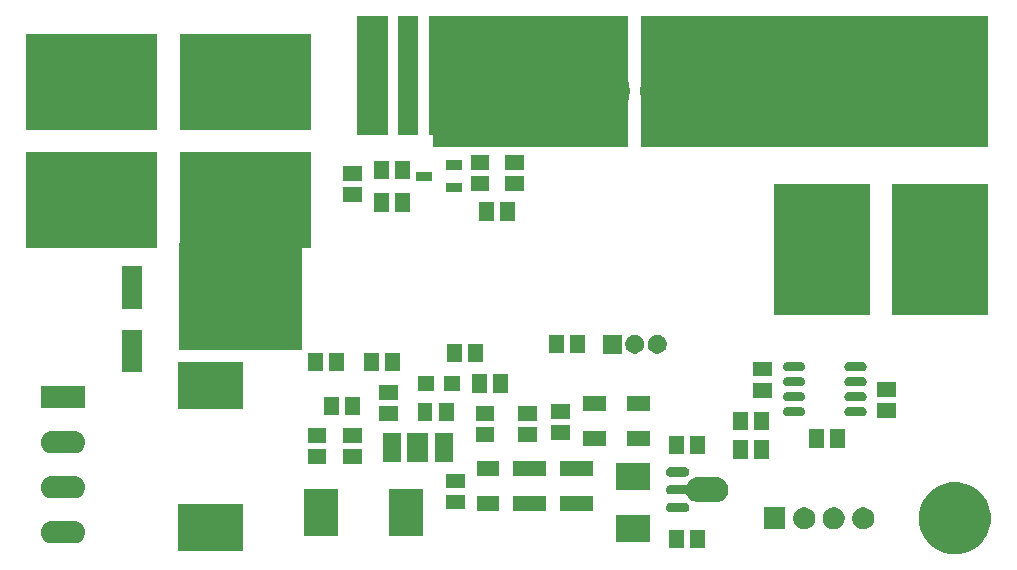
<source format=gbr>
%TF.GenerationSoftware,KiCad,Pcbnew,(5.1.4)-1*%
%TF.CreationDate,2020-11-14T02:23:56+08:00*%
%TF.ProjectId,power,706f7765-722e-46b6-9963-61645f706362,rev?*%
%TF.SameCoordinates,Original*%
%TF.FileFunction,Soldermask,Top*%
%TF.FilePolarity,Negative*%
%FSLAX46Y46*%
G04 Gerber Fmt 4.6, Leading zero omitted, Abs format (unit mm)*
G04 Created by KiCad (PCBNEW (5.1.4)-1) date 2020-11-14 02:23:56*
%MOMM*%
%LPD*%
G04 APERTURE LIST*
%ADD10C,0.100000*%
%ADD11C,0.350000*%
G04 APERTURE END LIST*
D10*
G36*
X44900000Y-49150000D02*
G01*
X34600000Y-49150000D01*
X34600000Y-40150000D01*
X44900000Y-40150000D01*
X44900000Y-49150000D01*
G37*
X44900000Y-49150000D02*
X34600000Y-49150000D01*
X34600000Y-40150000D01*
X44900000Y-40150000D01*
X44900000Y-49150000D01*
G36*
X102700000Y-31950000D02*
G01*
X73700000Y-31950000D01*
X73700000Y-20950000D01*
X102700000Y-20950000D01*
X102700000Y-31950000D01*
G37*
X102700000Y-31950000D02*
X73700000Y-31950000D01*
X73700000Y-20950000D01*
X102700000Y-20950000D01*
X102700000Y-31950000D01*
G36*
X72500000Y-31950000D02*
G01*
X56100000Y-31950000D01*
X56100000Y-20950000D01*
X72500000Y-20950000D01*
X72500000Y-31950000D01*
G37*
X72500000Y-31950000D02*
X56100000Y-31950000D01*
X56100000Y-20950000D01*
X72500000Y-20950000D01*
X72500000Y-31950000D01*
D11*
G36*
X101139943Y-60566248D02*
G01*
X101695189Y-60796238D01*
X101775856Y-60850138D01*
X102194899Y-61130134D01*
X102619866Y-61555101D01*
X102693000Y-61664554D01*
X102953762Y-62054811D01*
X103183752Y-62610057D01*
X103301000Y-63199501D01*
X103301000Y-63800499D01*
X103183752Y-64389943D01*
X102953762Y-64945189D01*
X102858892Y-65087171D01*
X102619866Y-65444899D01*
X102194899Y-65869866D01*
X102120736Y-65919420D01*
X101695189Y-66203762D01*
X101139943Y-66433752D01*
X100550499Y-66551000D01*
X99949501Y-66551000D01*
X99360057Y-66433752D01*
X98804811Y-66203762D01*
X98379264Y-65919420D01*
X98305101Y-65869866D01*
X97880134Y-65444899D01*
X97641108Y-65087171D01*
X97546238Y-64945189D01*
X97316248Y-64389943D01*
X97199000Y-63800499D01*
X97199000Y-63199501D01*
X97316248Y-62610057D01*
X97546238Y-62054811D01*
X97807000Y-61664554D01*
X97880134Y-61555101D01*
X98305101Y-61130134D01*
X98724144Y-60850138D01*
X98804811Y-60796238D01*
X99360057Y-60566248D01*
X99949501Y-60449000D01*
X100550499Y-60449000D01*
X101139943Y-60566248D01*
X101139943Y-60566248D01*
G37*
G36*
X40001000Y-66251000D02*
G01*
X34499000Y-66251000D01*
X34499000Y-62249000D01*
X40001000Y-62249000D01*
X40001000Y-66251000D01*
X40001000Y-66251000D01*
G37*
G36*
X77336000Y-66036000D02*
G01*
X76074000Y-66036000D01*
X76074000Y-64464000D01*
X77336000Y-64464000D01*
X77336000Y-66036000D01*
X77336000Y-66036000D01*
G37*
G36*
X79116000Y-66036000D02*
G01*
X77854000Y-66036000D01*
X77854000Y-64464000D01*
X79116000Y-64464000D01*
X79116000Y-66036000D01*
X79116000Y-66036000D01*
G37*
G36*
X25836425Y-63742760D02*
G01*
X25836428Y-63742761D01*
X25836429Y-63742761D01*
X26015693Y-63797140D01*
X26015696Y-63797142D01*
X26015697Y-63797142D01*
X26180903Y-63885446D01*
X26325712Y-64004288D01*
X26444554Y-64149097D01*
X26518707Y-64287829D01*
X26532860Y-64314307D01*
X26581263Y-64473871D01*
X26587240Y-64493575D01*
X26605601Y-64680000D01*
X26587240Y-64866425D01*
X26587239Y-64866428D01*
X26587239Y-64866429D01*
X26532860Y-65045693D01*
X26532858Y-65045696D01*
X26532858Y-65045697D01*
X26444554Y-65210903D01*
X26325712Y-65355712D01*
X26180903Y-65474554D01*
X26015697Y-65562858D01*
X26015693Y-65562860D01*
X25836429Y-65617239D01*
X25836428Y-65617239D01*
X25836425Y-65617240D01*
X25696718Y-65631000D01*
X23803282Y-65631000D01*
X23663575Y-65617240D01*
X23663572Y-65617239D01*
X23663571Y-65617239D01*
X23484307Y-65562860D01*
X23484303Y-65562858D01*
X23319097Y-65474554D01*
X23174288Y-65355712D01*
X23055446Y-65210903D01*
X22967142Y-65045697D01*
X22967142Y-65045696D01*
X22967140Y-65045693D01*
X22912761Y-64866429D01*
X22912761Y-64866428D01*
X22912760Y-64866425D01*
X22894399Y-64680000D01*
X22912760Y-64493575D01*
X22918737Y-64473871D01*
X22967140Y-64314307D01*
X22981293Y-64287829D01*
X23055446Y-64149097D01*
X23174288Y-64004288D01*
X23319097Y-63885446D01*
X23484303Y-63797142D01*
X23484304Y-63797142D01*
X23484307Y-63797140D01*
X23663571Y-63742761D01*
X23663572Y-63742761D01*
X23663575Y-63742760D01*
X23803282Y-63729000D01*
X25696718Y-63729000D01*
X25836425Y-63742760D01*
X25836425Y-63742760D01*
G37*
G36*
X74422500Y-65490500D02*
G01*
X71577500Y-65490500D01*
X71577500Y-63229500D01*
X74422500Y-63229500D01*
X74422500Y-65490500D01*
X74422500Y-65490500D01*
G37*
G36*
X55216500Y-64956000D02*
G01*
X52320500Y-64956000D01*
X52320500Y-61044000D01*
X55216500Y-61044000D01*
X55216500Y-64956000D01*
X55216500Y-64956000D01*
G37*
G36*
X48079500Y-64956000D02*
G01*
X45183500Y-64956000D01*
X45183500Y-61044000D01*
X48079500Y-61044000D01*
X48079500Y-64956000D01*
X48079500Y-64956000D01*
G37*
G36*
X90270104Y-62609585D02*
G01*
X90438626Y-62679389D01*
X90590291Y-62780728D01*
X90719272Y-62909709D01*
X90820611Y-63061374D01*
X90890415Y-63229896D01*
X90926000Y-63408797D01*
X90926000Y-63591203D01*
X90890415Y-63770104D01*
X90820611Y-63938626D01*
X90719272Y-64090291D01*
X90590291Y-64219272D01*
X90438626Y-64320611D01*
X90270104Y-64390415D01*
X90091203Y-64426000D01*
X89908797Y-64426000D01*
X89729896Y-64390415D01*
X89561374Y-64320611D01*
X89409709Y-64219272D01*
X89280728Y-64090291D01*
X89179389Y-63938626D01*
X89109585Y-63770104D01*
X89074000Y-63591203D01*
X89074000Y-63408797D01*
X89109585Y-63229896D01*
X89179389Y-63061374D01*
X89280728Y-62909709D01*
X89409709Y-62780728D01*
X89561374Y-62679389D01*
X89729896Y-62609585D01*
X89908797Y-62574000D01*
X90091203Y-62574000D01*
X90270104Y-62609585D01*
X90270104Y-62609585D01*
G37*
G36*
X85926000Y-64426000D02*
G01*
X84074000Y-64426000D01*
X84074000Y-62574000D01*
X85926000Y-62574000D01*
X85926000Y-64426000D01*
X85926000Y-64426000D01*
G37*
G36*
X87770104Y-62609585D02*
G01*
X87938626Y-62679389D01*
X88090291Y-62780728D01*
X88219272Y-62909709D01*
X88320611Y-63061374D01*
X88390415Y-63229896D01*
X88426000Y-63408797D01*
X88426000Y-63591203D01*
X88390415Y-63770104D01*
X88320611Y-63938626D01*
X88219272Y-64090291D01*
X88090291Y-64219272D01*
X87938626Y-64320611D01*
X87770104Y-64390415D01*
X87591203Y-64426000D01*
X87408797Y-64426000D01*
X87229896Y-64390415D01*
X87061374Y-64320611D01*
X86909709Y-64219272D01*
X86780728Y-64090291D01*
X86679389Y-63938626D01*
X86609585Y-63770104D01*
X86574000Y-63591203D01*
X86574000Y-63408797D01*
X86609585Y-63229896D01*
X86679389Y-63061374D01*
X86780728Y-62909709D01*
X86909709Y-62780728D01*
X87061374Y-62679389D01*
X87229896Y-62609585D01*
X87408797Y-62574000D01*
X87591203Y-62574000D01*
X87770104Y-62609585D01*
X87770104Y-62609585D01*
G37*
G36*
X92770104Y-62609585D02*
G01*
X92938626Y-62679389D01*
X93090291Y-62780728D01*
X93219272Y-62909709D01*
X93320611Y-63061374D01*
X93390415Y-63229896D01*
X93426000Y-63408797D01*
X93426000Y-63591203D01*
X93390415Y-63770104D01*
X93320611Y-63938626D01*
X93219272Y-64090291D01*
X93090291Y-64219272D01*
X92938626Y-64320611D01*
X92770104Y-64390415D01*
X92591203Y-64426000D01*
X92408797Y-64426000D01*
X92229896Y-64390415D01*
X92061374Y-64320611D01*
X91909709Y-64219272D01*
X91780728Y-64090291D01*
X91679389Y-63938626D01*
X91609585Y-63770104D01*
X91574000Y-63591203D01*
X91574000Y-63408797D01*
X91609585Y-63229896D01*
X91679389Y-63061374D01*
X91780728Y-62909709D01*
X91909709Y-62780728D01*
X92061374Y-62679389D01*
X92229896Y-62609585D01*
X92408797Y-62574000D01*
X92591203Y-62574000D01*
X92770104Y-62609585D01*
X92770104Y-62609585D01*
G37*
G36*
X77434335Y-62174934D02*
G01*
X77473610Y-62178802D01*
X77524002Y-62194089D01*
X77549199Y-62201732D01*
X77618862Y-62238968D01*
X77679922Y-62289078D01*
X77730032Y-62350138D01*
X77767268Y-62419801D01*
X77767268Y-62419802D01*
X77790198Y-62495390D01*
X77797940Y-62574000D01*
X77790198Y-62652610D01*
X77782074Y-62679389D01*
X77767268Y-62728199D01*
X77730032Y-62797862D01*
X77679922Y-62858922D01*
X77618862Y-62909032D01*
X77549199Y-62946268D01*
X77524002Y-62953911D01*
X77473610Y-62969198D01*
X77434335Y-62973066D01*
X77414699Y-62975000D01*
X76175301Y-62975000D01*
X76155665Y-62973066D01*
X76116390Y-62969198D01*
X76065998Y-62953911D01*
X76040801Y-62946268D01*
X75971138Y-62909032D01*
X75910078Y-62858922D01*
X75859968Y-62797862D01*
X75822732Y-62728199D01*
X75807926Y-62679389D01*
X75799802Y-62652610D01*
X75792060Y-62574000D01*
X75799802Y-62495390D01*
X75822732Y-62419802D01*
X75822732Y-62419801D01*
X75859968Y-62350138D01*
X75910078Y-62289078D01*
X75971138Y-62238968D01*
X76040801Y-62201732D01*
X76065998Y-62194089D01*
X76116390Y-62178802D01*
X76155665Y-62174934D01*
X76175301Y-62173000D01*
X77414699Y-62173000D01*
X77434335Y-62174934D01*
X77434335Y-62174934D01*
G37*
G36*
X69661000Y-62856000D02*
G01*
X66839000Y-62856000D01*
X66839000Y-61594000D01*
X69661000Y-61594000D01*
X69661000Y-62856000D01*
X69661000Y-62856000D01*
G37*
G36*
X65661000Y-62856000D02*
G01*
X62839000Y-62856000D01*
X62839000Y-61594000D01*
X65661000Y-61594000D01*
X65661000Y-62856000D01*
X65661000Y-62856000D01*
G37*
G36*
X61701000Y-62856000D02*
G01*
X59799000Y-62856000D01*
X59799000Y-61624000D01*
X61701000Y-61624000D01*
X61701000Y-62856000D01*
X61701000Y-62856000D01*
G37*
G36*
X58786000Y-62751000D02*
G01*
X57214000Y-62751000D01*
X57214000Y-61489000D01*
X58786000Y-61489000D01*
X58786000Y-62751000D01*
X58786000Y-62751000D01*
G37*
G36*
X80148097Y-60028069D02*
G01*
X80251032Y-60038207D01*
X80449146Y-60098305D01*
X80449149Y-60098306D01*
X80545975Y-60150061D01*
X80631729Y-60195897D01*
X80791765Y-60327235D01*
X80923103Y-60487271D01*
X80965317Y-60566248D01*
X81020694Y-60669851D01*
X81020695Y-60669854D01*
X81080793Y-60867968D01*
X81101085Y-61074000D01*
X81080793Y-61280032D01*
X81041661Y-61409032D01*
X81020694Y-61478149D01*
X80979562Y-61555101D01*
X80923103Y-61660729D01*
X80791765Y-61820765D01*
X80631729Y-61952103D01*
X80545975Y-61997939D01*
X80449149Y-62049694D01*
X80449146Y-62049695D01*
X80251032Y-62109793D01*
X80148097Y-62119931D01*
X80096631Y-62125000D01*
X78493369Y-62125000D01*
X78441903Y-62119931D01*
X78338968Y-62109793D01*
X78140854Y-62049695D01*
X78140851Y-62049694D01*
X78044025Y-61997939D01*
X77958271Y-61952103D01*
X77798235Y-61820765D01*
X77666897Y-61660729D01*
X77602941Y-61541075D01*
X77589328Y-61520701D01*
X77572001Y-61503374D01*
X77551626Y-61489760D01*
X77528987Y-61480382D01*
X77504954Y-61475602D01*
X77492702Y-61475000D01*
X76175301Y-61475000D01*
X76155665Y-61473066D01*
X76116390Y-61469198D01*
X76065998Y-61453911D01*
X76040801Y-61446268D01*
X75971138Y-61409032D01*
X75910078Y-61358922D01*
X75859968Y-61297862D01*
X75822732Y-61228199D01*
X75815089Y-61203002D01*
X75799802Y-61152610D01*
X75792060Y-61074000D01*
X75799802Y-60995390D01*
X75822732Y-60919802D01*
X75822732Y-60919801D01*
X75859968Y-60850138D01*
X75910078Y-60789078D01*
X75971138Y-60738968D01*
X76040801Y-60701732D01*
X76065998Y-60694089D01*
X76116390Y-60678802D01*
X76165148Y-60674000D01*
X76175301Y-60673000D01*
X77492702Y-60673000D01*
X77517088Y-60670598D01*
X77540537Y-60663485D01*
X77562148Y-60651934D01*
X77581090Y-60636389D01*
X77596635Y-60617447D01*
X77602941Y-60606925D01*
X77624683Y-60566248D01*
X77666897Y-60487271D01*
X77798235Y-60327235D01*
X77958271Y-60195897D01*
X78044025Y-60150061D01*
X78140851Y-60098306D01*
X78140854Y-60098305D01*
X78338968Y-60038207D01*
X78441903Y-60028069D01*
X78493369Y-60023000D01*
X80096631Y-60023000D01*
X80148097Y-60028069D01*
X80148097Y-60028069D01*
G37*
G36*
X25836425Y-59932760D02*
G01*
X25836428Y-59932761D01*
X25836429Y-59932761D01*
X26015693Y-59987140D01*
X26015696Y-59987142D01*
X26015697Y-59987142D01*
X26180903Y-60075446D01*
X26325712Y-60194288D01*
X26444554Y-60339097D01*
X26503298Y-60449000D01*
X26532860Y-60504307D01*
X26585792Y-60678802D01*
X26587240Y-60683575D01*
X26605601Y-60870000D01*
X26587240Y-61056425D01*
X26587239Y-61056428D01*
X26587239Y-61056429D01*
X26532860Y-61235693D01*
X26532858Y-61235696D01*
X26532858Y-61235697D01*
X26444554Y-61400903D01*
X26325712Y-61545712D01*
X26180903Y-61664554D01*
X26015697Y-61752858D01*
X26015693Y-61752860D01*
X25836429Y-61807239D01*
X25836428Y-61807239D01*
X25836425Y-61807240D01*
X25696718Y-61821000D01*
X23803282Y-61821000D01*
X23663575Y-61807240D01*
X23663572Y-61807239D01*
X23663571Y-61807239D01*
X23484307Y-61752860D01*
X23484303Y-61752858D01*
X23319097Y-61664554D01*
X23174288Y-61545712D01*
X23055446Y-61400903D01*
X22967142Y-61235697D01*
X22967142Y-61235696D01*
X22967140Y-61235693D01*
X22912761Y-61056429D01*
X22912761Y-61056428D01*
X22912760Y-61056425D01*
X22894399Y-60870000D01*
X22912760Y-60683575D01*
X22914208Y-60678802D01*
X22967140Y-60504307D01*
X22996702Y-60449000D01*
X23055446Y-60339097D01*
X23174288Y-60194288D01*
X23319097Y-60075446D01*
X23484303Y-59987142D01*
X23484304Y-59987142D01*
X23484307Y-59987140D01*
X23663571Y-59932761D01*
X23663572Y-59932761D01*
X23663575Y-59932760D01*
X23803282Y-59919000D01*
X25696718Y-59919000D01*
X25836425Y-59932760D01*
X25836425Y-59932760D01*
G37*
G36*
X74422500Y-61070500D02*
G01*
X71577500Y-61070500D01*
X71577500Y-58809500D01*
X74422500Y-58809500D01*
X74422500Y-61070500D01*
X74422500Y-61070500D01*
G37*
G36*
X58786000Y-60971000D02*
G01*
X57214000Y-60971000D01*
X57214000Y-59709000D01*
X58786000Y-59709000D01*
X58786000Y-60971000D01*
X58786000Y-60971000D01*
G37*
G36*
X77434335Y-59174934D02*
G01*
X77473610Y-59178802D01*
X77524002Y-59194089D01*
X77549199Y-59201732D01*
X77618862Y-59238968D01*
X77679922Y-59289078D01*
X77730032Y-59350138D01*
X77767268Y-59419801D01*
X77767268Y-59419802D01*
X77790198Y-59495390D01*
X77797940Y-59574000D01*
X77790198Y-59652610D01*
X77774911Y-59703002D01*
X77767268Y-59728199D01*
X77730032Y-59797862D01*
X77679922Y-59858922D01*
X77618862Y-59909032D01*
X77549199Y-59946268D01*
X77524002Y-59953911D01*
X77473610Y-59969198D01*
X77434335Y-59973066D01*
X77414699Y-59975000D01*
X76175301Y-59975000D01*
X76155665Y-59973066D01*
X76116390Y-59969198D01*
X76065998Y-59953911D01*
X76040801Y-59946268D01*
X75971138Y-59909032D01*
X75910078Y-59858922D01*
X75859968Y-59797862D01*
X75822732Y-59728199D01*
X75815089Y-59703002D01*
X75799802Y-59652610D01*
X75792060Y-59574000D01*
X75799802Y-59495390D01*
X75822732Y-59419802D01*
X75822732Y-59419801D01*
X75859968Y-59350138D01*
X75910078Y-59289078D01*
X75971138Y-59238968D01*
X76040801Y-59201732D01*
X76065998Y-59194089D01*
X76116390Y-59178802D01*
X76155665Y-59174934D01*
X76175301Y-59173000D01*
X77414699Y-59173000D01*
X77434335Y-59174934D01*
X77434335Y-59174934D01*
G37*
G36*
X69661000Y-59906000D02*
G01*
X66839000Y-59906000D01*
X66839000Y-58644000D01*
X69661000Y-58644000D01*
X69661000Y-59906000D01*
X69661000Y-59906000D01*
G37*
G36*
X65661000Y-59906000D02*
G01*
X62839000Y-59906000D01*
X62839000Y-58644000D01*
X65661000Y-58644000D01*
X65661000Y-59906000D01*
X65661000Y-59906000D01*
G37*
G36*
X61701000Y-59876000D02*
G01*
X59799000Y-59876000D01*
X59799000Y-58644000D01*
X61701000Y-58644000D01*
X61701000Y-59876000D01*
X61701000Y-59876000D01*
G37*
G36*
X47036000Y-58894000D02*
G01*
X45464000Y-58894000D01*
X45464000Y-57632000D01*
X47036000Y-57632000D01*
X47036000Y-58894000D01*
X47036000Y-58894000D01*
G37*
G36*
X50036000Y-58894000D02*
G01*
X48464000Y-58894000D01*
X48464000Y-57632000D01*
X50036000Y-57632000D01*
X50036000Y-58894000D01*
X50036000Y-58894000D01*
G37*
G36*
X55676000Y-58741001D02*
G01*
X53924000Y-58741001D01*
X53924000Y-56259001D01*
X55676000Y-56259001D01*
X55676000Y-58741001D01*
X55676000Y-58741001D01*
G37*
G36*
X53375000Y-58700001D02*
G01*
X51825000Y-58700001D01*
X51825000Y-56300001D01*
X53375000Y-56300001D01*
X53375000Y-58700001D01*
X53375000Y-58700001D01*
G37*
G36*
X57775000Y-58700001D02*
G01*
X56225000Y-58700001D01*
X56225000Y-56300001D01*
X57775000Y-56300001D01*
X57775000Y-58700001D01*
X57775000Y-58700001D01*
G37*
G36*
X84515000Y-58444000D02*
G01*
X83253000Y-58444000D01*
X83253000Y-56872000D01*
X84515000Y-56872000D01*
X84515000Y-58444000D01*
X84515000Y-58444000D01*
G37*
G36*
X82735000Y-58444000D02*
G01*
X81473000Y-58444000D01*
X81473000Y-56872000D01*
X82735000Y-56872000D01*
X82735000Y-58444000D01*
X82735000Y-58444000D01*
G37*
G36*
X77336000Y-58060000D02*
G01*
X76074000Y-58060000D01*
X76074000Y-56488000D01*
X77336000Y-56488000D01*
X77336000Y-58060000D01*
X77336000Y-58060000D01*
G37*
G36*
X79116000Y-58060000D02*
G01*
X77854000Y-58060000D01*
X77854000Y-56488000D01*
X79116000Y-56488000D01*
X79116000Y-58060000D01*
X79116000Y-58060000D01*
G37*
G36*
X25836425Y-56122760D02*
G01*
X25836428Y-56122761D01*
X25836429Y-56122761D01*
X26015693Y-56177140D01*
X26015696Y-56177142D01*
X26015697Y-56177142D01*
X26180903Y-56265446D01*
X26325712Y-56384288D01*
X26444554Y-56529097D01*
X26532858Y-56694303D01*
X26532860Y-56694307D01*
X26586459Y-56871000D01*
X26587240Y-56873575D01*
X26605601Y-57060000D01*
X26587240Y-57246425D01*
X26587239Y-57246428D01*
X26587239Y-57246429D01*
X26532860Y-57425693D01*
X26532858Y-57425696D01*
X26532858Y-57425697D01*
X26444554Y-57590903D01*
X26325712Y-57735712D01*
X26180903Y-57854554D01*
X26015697Y-57942858D01*
X26015693Y-57942860D01*
X25836429Y-57997239D01*
X25836428Y-57997239D01*
X25836425Y-57997240D01*
X25696718Y-58011000D01*
X23803282Y-58011000D01*
X23663575Y-57997240D01*
X23663572Y-57997239D01*
X23663571Y-57997239D01*
X23484307Y-57942860D01*
X23484303Y-57942858D01*
X23319097Y-57854554D01*
X23174288Y-57735712D01*
X23055446Y-57590903D01*
X22967142Y-57425697D01*
X22967142Y-57425696D01*
X22967140Y-57425693D01*
X22912761Y-57246429D01*
X22912761Y-57246428D01*
X22912760Y-57246425D01*
X22894399Y-57060000D01*
X22912760Y-56873575D01*
X22913541Y-56871000D01*
X22967140Y-56694307D01*
X22967142Y-56694303D01*
X23055446Y-56529097D01*
X23174288Y-56384288D01*
X23319097Y-56265446D01*
X23484303Y-56177142D01*
X23484304Y-56177142D01*
X23484307Y-56177140D01*
X23663571Y-56122761D01*
X23663572Y-56122761D01*
X23663575Y-56122760D01*
X23803282Y-56109000D01*
X25696718Y-56109000D01*
X25836425Y-56122760D01*
X25836425Y-56122760D01*
G37*
G36*
X89191000Y-57536000D02*
G01*
X87929000Y-57536000D01*
X87929000Y-55964000D01*
X89191000Y-55964000D01*
X89191000Y-57536000D01*
X89191000Y-57536000D01*
G37*
G36*
X90971000Y-57536000D02*
G01*
X89709000Y-57536000D01*
X89709000Y-55964000D01*
X90971000Y-55964000D01*
X90971000Y-57536000D01*
X90971000Y-57536000D01*
G37*
G36*
X74451000Y-57356000D02*
G01*
X72549000Y-57356000D01*
X72549000Y-56124000D01*
X74451000Y-56124000D01*
X74451000Y-57356000D01*
X74451000Y-57356000D01*
G37*
G36*
X70701000Y-57356000D02*
G01*
X68799000Y-57356000D01*
X68799000Y-56124000D01*
X70701000Y-56124000D01*
X70701000Y-57356000D01*
X70701000Y-57356000D01*
G37*
G36*
X47036000Y-57114000D02*
G01*
X45464000Y-57114000D01*
X45464000Y-55852000D01*
X47036000Y-55852000D01*
X47036000Y-57114000D01*
X47036000Y-57114000D01*
G37*
G36*
X50036000Y-57114000D02*
G01*
X48464000Y-57114000D01*
X48464000Y-55852000D01*
X50036000Y-55852000D01*
X50036000Y-57114000D01*
X50036000Y-57114000D01*
G37*
G36*
X64886000Y-57071000D02*
G01*
X63314000Y-57071000D01*
X63314000Y-55809000D01*
X64886000Y-55809000D01*
X64886000Y-57071000D01*
X64886000Y-57071000D01*
G37*
G36*
X61286000Y-57021000D02*
G01*
X59714000Y-57021000D01*
X59714000Y-55759000D01*
X61286000Y-55759000D01*
X61286000Y-57021000D01*
X61286000Y-57021000D01*
G37*
G36*
X67686000Y-56871000D02*
G01*
X66114000Y-56871000D01*
X66114000Y-55609000D01*
X67686000Y-55609000D01*
X67686000Y-56871000D01*
X67686000Y-56871000D01*
G37*
G36*
X84515000Y-56036000D02*
G01*
X83253000Y-56036000D01*
X83253000Y-54464000D01*
X84515000Y-54464000D01*
X84515000Y-56036000D01*
X84515000Y-56036000D01*
G37*
G36*
X82735000Y-56036000D02*
G01*
X81473000Y-56036000D01*
X81473000Y-54464000D01*
X82735000Y-54464000D01*
X82735000Y-56036000D01*
X82735000Y-56036000D01*
G37*
G36*
X64886000Y-55291000D02*
G01*
X63314000Y-55291000D01*
X63314000Y-54029000D01*
X64886000Y-54029000D01*
X64886000Y-55291000D01*
X64886000Y-55291000D01*
G37*
G36*
X57821000Y-55286000D02*
G01*
X56559000Y-55286000D01*
X56559000Y-53714000D01*
X57821000Y-53714000D01*
X57821000Y-55286000D01*
X57821000Y-55286000D01*
G37*
G36*
X56041000Y-55286000D02*
G01*
X54779000Y-55286000D01*
X54779000Y-53714000D01*
X56041000Y-53714000D01*
X56041000Y-55286000D01*
X56041000Y-55286000D01*
G37*
G36*
X53110000Y-55242000D02*
G01*
X51538000Y-55242000D01*
X51538000Y-53980000D01*
X53110000Y-53980000D01*
X53110000Y-55242000D01*
X53110000Y-55242000D01*
G37*
G36*
X61286000Y-55241000D02*
G01*
X59714000Y-55241000D01*
X59714000Y-53979000D01*
X61286000Y-53979000D01*
X61286000Y-55241000D01*
X61286000Y-55241000D01*
G37*
G36*
X67686000Y-55091000D02*
G01*
X66114000Y-55091000D01*
X66114000Y-53829000D01*
X67686000Y-53829000D01*
X67686000Y-55091000D01*
X67686000Y-55091000D01*
G37*
G36*
X95286000Y-55021000D02*
G01*
X93714000Y-55021000D01*
X93714000Y-53759000D01*
X95286000Y-53759000D01*
X95286000Y-55021000D01*
X95286000Y-55021000D01*
G37*
G36*
X92439335Y-54055934D02*
G01*
X92478610Y-54059802D01*
X92529002Y-54075089D01*
X92554199Y-54082732D01*
X92623862Y-54119968D01*
X92684922Y-54170078D01*
X92735032Y-54231138D01*
X92772268Y-54300801D01*
X92772268Y-54300802D01*
X92795198Y-54376390D01*
X92802940Y-54455000D01*
X92795198Y-54533610D01*
X92779911Y-54584002D01*
X92772268Y-54609199D01*
X92735032Y-54678862D01*
X92684922Y-54739922D01*
X92623862Y-54790032D01*
X92554199Y-54827268D01*
X92529002Y-54834911D01*
X92478610Y-54850198D01*
X92439335Y-54854066D01*
X92419699Y-54856000D01*
X91280301Y-54856000D01*
X91260665Y-54854066D01*
X91221390Y-54850198D01*
X91170998Y-54834911D01*
X91145801Y-54827268D01*
X91076138Y-54790032D01*
X91015078Y-54739922D01*
X90964968Y-54678862D01*
X90927732Y-54609199D01*
X90920089Y-54584002D01*
X90904802Y-54533610D01*
X90897060Y-54455000D01*
X90904802Y-54376390D01*
X90927732Y-54300802D01*
X90927732Y-54300801D01*
X90964968Y-54231138D01*
X91015078Y-54170078D01*
X91076138Y-54119968D01*
X91145801Y-54082732D01*
X91170998Y-54075089D01*
X91221390Y-54059802D01*
X91260665Y-54055934D01*
X91280301Y-54054000D01*
X92419699Y-54054000D01*
X92439335Y-54055934D01*
X92439335Y-54055934D01*
G37*
G36*
X87239335Y-54055934D02*
G01*
X87278610Y-54059802D01*
X87329002Y-54075089D01*
X87354199Y-54082732D01*
X87423862Y-54119968D01*
X87484922Y-54170078D01*
X87535032Y-54231138D01*
X87572268Y-54300801D01*
X87572268Y-54300802D01*
X87595198Y-54376390D01*
X87602940Y-54455000D01*
X87595198Y-54533610D01*
X87579911Y-54584002D01*
X87572268Y-54609199D01*
X87535032Y-54678862D01*
X87484922Y-54739922D01*
X87423862Y-54790032D01*
X87354199Y-54827268D01*
X87329002Y-54834911D01*
X87278610Y-54850198D01*
X87239335Y-54854066D01*
X87219699Y-54856000D01*
X86080301Y-54856000D01*
X86060665Y-54854066D01*
X86021390Y-54850198D01*
X85970998Y-54834911D01*
X85945801Y-54827268D01*
X85876138Y-54790032D01*
X85815078Y-54739922D01*
X85764968Y-54678862D01*
X85727732Y-54609199D01*
X85720089Y-54584002D01*
X85704802Y-54533610D01*
X85697060Y-54455000D01*
X85704802Y-54376390D01*
X85727732Y-54300802D01*
X85727732Y-54300801D01*
X85764968Y-54231138D01*
X85815078Y-54170078D01*
X85876138Y-54119968D01*
X85945801Y-54082732D01*
X85970998Y-54075089D01*
X86021390Y-54059802D01*
X86060665Y-54055934D01*
X86080301Y-54054000D01*
X87219699Y-54054000D01*
X87239335Y-54055934D01*
X87239335Y-54055934D01*
G37*
G36*
X49908000Y-54761000D02*
G01*
X48646000Y-54761000D01*
X48646000Y-53189000D01*
X49908000Y-53189000D01*
X49908000Y-54761000D01*
X49908000Y-54761000D01*
G37*
G36*
X48128000Y-54761000D02*
G01*
X46866000Y-54761000D01*
X46866000Y-53189000D01*
X48128000Y-53189000D01*
X48128000Y-54761000D01*
X48128000Y-54761000D01*
G37*
G36*
X74451000Y-54376000D02*
G01*
X72549000Y-54376000D01*
X72549000Y-53144000D01*
X74451000Y-53144000D01*
X74451000Y-54376000D01*
X74451000Y-54376000D01*
G37*
G36*
X70701000Y-54376000D02*
G01*
X68799000Y-54376000D01*
X68799000Y-53144000D01*
X70701000Y-53144000D01*
X70701000Y-54376000D01*
X70701000Y-54376000D01*
G37*
G36*
X40001000Y-54251000D02*
G01*
X34499000Y-54251000D01*
X34499000Y-50249000D01*
X40001000Y-50249000D01*
X40001000Y-54251000D01*
X40001000Y-54251000D01*
G37*
G36*
X26601000Y-54201000D02*
G01*
X22899000Y-54201000D01*
X22899000Y-52299000D01*
X26601000Y-52299000D01*
X26601000Y-54201000D01*
X26601000Y-54201000D01*
G37*
G36*
X92439335Y-52785934D02*
G01*
X92478610Y-52789802D01*
X92529002Y-52805089D01*
X92554199Y-52812732D01*
X92623862Y-52849968D01*
X92684922Y-52900078D01*
X92735032Y-52961138D01*
X92772268Y-53030801D01*
X92772268Y-53030802D01*
X92795198Y-53106390D01*
X92802940Y-53185000D01*
X92795198Y-53263610D01*
X92792956Y-53271000D01*
X92772268Y-53339199D01*
X92735032Y-53408862D01*
X92684922Y-53469922D01*
X92623862Y-53520032D01*
X92554199Y-53557268D01*
X92529002Y-53564911D01*
X92478610Y-53580198D01*
X92439335Y-53584066D01*
X92419699Y-53586000D01*
X91280301Y-53586000D01*
X91260665Y-53584066D01*
X91221390Y-53580198D01*
X91170998Y-53564911D01*
X91145801Y-53557268D01*
X91076138Y-53520032D01*
X91015078Y-53469922D01*
X90964968Y-53408862D01*
X90927732Y-53339199D01*
X90907044Y-53271000D01*
X90904802Y-53263610D01*
X90897060Y-53185000D01*
X90904802Y-53106390D01*
X90927732Y-53030802D01*
X90927732Y-53030801D01*
X90964968Y-52961138D01*
X91015078Y-52900078D01*
X91076138Y-52849968D01*
X91145801Y-52812732D01*
X91170998Y-52805089D01*
X91221390Y-52789802D01*
X91260665Y-52785934D01*
X91280301Y-52784000D01*
X92419699Y-52784000D01*
X92439335Y-52785934D01*
X92439335Y-52785934D01*
G37*
G36*
X87239335Y-52785934D02*
G01*
X87278610Y-52789802D01*
X87329002Y-52805089D01*
X87354199Y-52812732D01*
X87423862Y-52849968D01*
X87484922Y-52900078D01*
X87535032Y-52961138D01*
X87572268Y-53030801D01*
X87572268Y-53030802D01*
X87595198Y-53106390D01*
X87602940Y-53185000D01*
X87595198Y-53263610D01*
X87592956Y-53271000D01*
X87572268Y-53339199D01*
X87535032Y-53408862D01*
X87484922Y-53469922D01*
X87423862Y-53520032D01*
X87354199Y-53557268D01*
X87329002Y-53564911D01*
X87278610Y-53580198D01*
X87239335Y-53584066D01*
X87219699Y-53586000D01*
X86080301Y-53586000D01*
X86060665Y-53584066D01*
X86021390Y-53580198D01*
X85970998Y-53564911D01*
X85945801Y-53557268D01*
X85876138Y-53520032D01*
X85815078Y-53469922D01*
X85764968Y-53408862D01*
X85727732Y-53339199D01*
X85707044Y-53271000D01*
X85704802Y-53263610D01*
X85697060Y-53185000D01*
X85704802Y-53106390D01*
X85727732Y-53030802D01*
X85727732Y-53030801D01*
X85764968Y-52961138D01*
X85815078Y-52900078D01*
X85876138Y-52849968D01*
X85945801Y-52812732D01*
X85970998Y-52805089D01*
X86021390Y-52789802D01*
X86060665Y-52785934D01*
X86080301Y-52784000D01*
X87219699Y-52784000D01*
X87239335Y-52785934D01*
X87239335Y-52785934D01*
G37*
G36*
X53110000Y-53462000D02*
G01*
X51538000Y-53462000D01*
X51538000Y-52200000D01*
X53110000Y-52200000D01*
X53110000Y-53462000D01*
X53110000Y-53462000D01*
G37*
G36*
X84786000Y-53271000D02*
G01*
X83214000Y-53271000D01*
X83214000Y-52009000D01*
X84786000Y-52009000D01*
X84786000Y-53271000D01*
X84786000Y-53271000D01*
G37*
G36*
X95286000Y-53241000D02*
G01*
X93714000Y-53241000D01*
X93714000Y-51979000D01*
X95286000Y-51979000D01*
X95286000Y-53241000D01*
X95286000Y-53241000D01*
G37*
G36*
X62411000Y-52856000D02*
G01*
X61149000Y-52856000D01*
X61149000Y-51284000D01*
X62411000Y-51284000D01*
X62411000Y-52856000D01*
X62411000Y-52856000D01*
G37*
G36*
X60631000Y-52856000D02*
G01*
X59369000Y-52856000D01*
X59369000Y-51284000D01*
X60631000Y-51284000D01*
X60631000Y-52856000D01*
X60631000Y-52856000D01*
G37*
G36*
X56151000Y-52721000D02*
G01*
X54849000Y-52721000D01*
X54849000Y-51419000D01*
X56151000Y-51419000D01*
X56151000Y-52721000D01*
X56151000Y-52721000D01*
G37*
G36*
X58351000Y-52721000D02*
G01*
X57049000Y-52721000D01*
X57049000Y-51419000D01*
X58351000Y-51419000D01*
X58351000Y-52721000D01*
X58351000Y-52721000D01*
G37*
G36*
X92439335Y-51515934D02*
G01*
X92478610Y-51519802D01*
X92529002Y-51535089D01*
X92554199Y-51542732D01*
X92623862Y-51579968D01*
X92684922Y-51630078D01*
X92735032Y-51691138D01*
X92772268Y-51760801D01*
X92772268Y-51760802D01*
X92795198Y-51836390D01*
X92802940Y-51915000D01*
X92795198Y-51993610D01*
X92790529Y-52009000D01*
X92772268Y-52069199D01*
X92735032Y-52138862D01*
X92684922Y-52199922D01*
X92623862Y-52250032D01*
X92554199Y-52287268D01*
X92529002Y-52294911D01*
X92478610Y-52310198D01*
X92439335Y-52314066D01*
X92419699Y-52316000D01*
X91280301Y-52316000D01*
X91260665Y-52314066D01*
X91221390Y-52310198D01*
X91170998Y-52294911D01*
X91145801Y-52287268D01*
X91076138Y-52250032D01*
X91015078Y-52199922D01*
X90964968Y-52138862D01*
X90927732Y-52069199D01*
X90909471Y-52009000D01*
X90904802Y-51993610D01*
X90897060Y-51915000D01*
X90904802Y-51836390D01*
X90927732Y-51760802D01*
X90927732Y-51760801D01*
X90964968Y-51691138D01*
X91015078Y-51630078D01*
X91076138Y-51579968D01*
X91145801Y-51542732D01*
X91170998Y-51535089D01*
X91221390Y-51519802D01*
X91260665Y-51515934D01*
X91280301Y-51514000D01*
X92419699Y-51514000D01*
X92439335Y-51515934D01*
X92439335Y-51515934D01*
G37*
G36*
X87239335Y-51515934D02*
G01*
X87278610Y-51519802D01*
X87329002Y-51535089D01*
X87354199Y-51542732D01*
X87423862Y-51579968D01*
X87484922Y-51630078D01*
X87535032Y-51691138D01*
X87572268Y-51760801D01*
X87572268Y-51760802D01*
X87595198Y-51836390D01*
X87602940Y-51915000D01*
X87595198Y-51993610D01*
X87590529Y-52009000D01*
X87572268Y-52069199D01*
X87535032Y-52138862D01*
X87484922Y-52199922D01*
X87423862Y-52250032D01*
X87354199Y-52287268D01*
X87329002Y-52294911D01*
X87278610Y-52310198D01*
X87239335Y-52314066D01*
X87219699Y-52316000D01*
X86080301Y-52316000D01*
X86060665Y-52314066D01*
X86021390Y-52310198D01*
X85970998Y-52294911D01*
X85945801Y-52287268D01*
X85876138Y-52250032D01*
X85815078Y-52199922D01*
X85764968Y-52138862D01*
X85727732Y-52069199D01*
X85709471Y-52009000D01*
X85704802Y-51993610D01*
X85697060Y-51915000D01*
X85704802Y-51836390D01*
X85727732Y-51760802D01*
X85727732Y-51760801D01*
X85764968Y-51691138D01*
X85815078Y-51630078D01*
X85876138Y-51579968D01*
X85945801Y-51542732D01*
X85970998Y-51535089D01*
X86021390Y-51519802D01*
X86060665Y-51515934D01*
X86080301Y-51514000D01*
X87219699Y-51514000D01*
X87239335Y-51515934D01*
X87239335Y-51515934D01*
G37*
G36*
X84786000Y-51491000D02*
G01*
X83214000Y-51491000D01*
X83214000Y-50229000D01*
X84786000Y-50229000D01*
X84786000Y-51491000D01*
X84786000Y-51491000D01*
G37*
G36*
X31451000Y-51151000D02*
G01*
X29749000Y-51151000D01*
X29749000Y-47549000D01*
X31451000Y-47549000D01*
X31451000Y-51151000D01*
X31451000Y-51151000D01*
G37*
G36*
X92439335Y-50245934D02*
G01*
X92478610Y-50249802D01*
X92529002Y-50265089D01*
X92554199Y-50272732D01*
X92623862Y-50309968D01*
X92684922Y-50360078D01*
X92735032Y-50421138D01*
X92772268Y-50490801D01*
X92772268Y-50490802D01*
X92795198Y-50566390D01*
X92802940Y-50645000D01*
X92795198Y-50723610D01*
X92779911Y-50774002D01*
X92772268Y-50799199D01*
X92735032Y-50868862D01*
X92684922Y-50929922D01*
X92623862Y-50980032D01*
X92554199Y-51017268D01*
X92529002Y-51024911D01*
X92478610Y-51040198D01*
X92439335Y-51044066D01*
X92419699Y-51046000D01*
X91280301Y-51046000D01*
X91260665Y-51044066D01*
X91221390Y-51040198D01*
X91170998Y-51024911D01*
X91145801Y-51017268D01*
X91076138Y-50980032D01*
X91015078Y-50929922D01*
X90964968Y-50868862D01*
X90927732Y-50799199D01*
X90920089Y-50774002D01*
X90904802Y-50723610D01*
X90897060Y-50645000D01*
X90904802Y-50566390D01*
X90927732Y-50490802D01*
X90927732Y-50490801D01*
X90964968Y-50421138D01*
X91015078Y-50360078D01*
X91076138Y-50309968D01*
X91145801Y-50272732D01*
X91170998Y-50265089D01*
X91221390Y-50249802D01*
X91260665Y-50245934D01*
X91280301Y-50244000D01*
X92419699Y-50244000D01*
X92439335Y-50245934D01*
X92439335Y-50245934D01*
G37*
G36*
X87239335Y-50245934D02*
G01*
X87278610Y-50249802D01*
X87329002Y-50265089D01*
X87354199Y-50272732D01*
X87423862Y-50309968D01*
X87484922Y-50360078D01*
X87535032Y-50421138D01*
X87572268Y-50490801D01*
X87572268Y-50490802D01*
X87595198Y-50566390D01*
X87602940Y-50645000D01*
X87595198Y-50723610D01*
X87579911Y-50774002D01*
X87572268Y-50799199D01*
X87535032Y-50868862D01*
X87484922Y-50929922D01*
X87423862Y-50980032D01*
X87354199Y-51017268D01*
X87329002Y-51024911D01*
X87278610Y-51040198D01*
X87239335Y-51044066D01*
X87219699Y-51046000D01*
X86080301Y-51046000D01*
X86060665Y-51044066D01*
X86021390Y-51040198D01*
X85970998Y-51024911D01*
X85945801Y-51017268D01*
X85876138Y-50980032D01*
X85815078Y-50929922D01*
X85764968Y-50868862D01*
X85727732Y-50799199D01*
X85720089Y-50774002D01*
X85704802Y-50723610D01*
X85697060Y-50645000D01*
X85704802Y-50566390D01*
X85727732Y-50490802D01*
X85727732Y-50490801D01*
X85764968Y-50421138D01*
X85815078Y-50360078D01*
X85876138Y-50309968D01*
X85945801Y-50272732D01*
X85970998Y-50265089D01*
X86021390Y-50249802D01*
X86060665Y-50245934D01*
X86080301Y-50244000D01*
X87219699Y-50244000D01*
X87239335Y-50245934D01*
X87239335Y-50245934D01*
G37*
G36*
X53271000Y-51036000D02*
G01*
X52009000Y-51036000D01*
X52009000Y-49464000D01*
X53271000Y-49464000D01*
X53271000Y-51036000D01*
X53271000Y-51036000D01*
G37*
G36*
X46741000Y-51036000D02*
G01*
X45479000Y-51036000D01*
X45479000Y-49464000D01*
X46741000Y-49464000D01*
X46741000Y-51036000D01*
X46741000Y-51036000D01*
G37*
G36*
X48521000Y-51036000D02*
G01*
X47259000Y-51036000D01*
X47259000Y-49464000D01*
X48521000Y-49464000D01*
X48521000Y-51036000D01*
X48521000Y-51036000D01*
G37*
G36*
X51491000Y-51036000D02*
G01*
X50229000Y-51036000D01*
X50229000Y-49464000D01*
X51491000Y-49464000D01*
X51491000Y-51036000D01*
X51491000Y-51036000D01*
G37*
G36*
X60321000Y-50286000D02*
G01*
X59059000Y-50286000D01*
X59059000Y-48714000D01*
X60321000Y-48714000D01*
X60321000Y-50286000D01*
X60321000Y-50286000D01*
G37*
G36*
X58541000Y-50286000D02*
G01*
X57279000Y-50286000D01*
X57279000Y-48714000D01*
X58541000Y-48714000D01*
X58541000Y-50286000D01*
X58541000Y-50286000D01*
G37*
G36*
X72051000Y-49551000D02*
G01*
X70449000Y-49551000D01*
X70449000Y-47949000D01*
X72051000Y-47949000D01*
X72051000Y-49551000D01*
X72051000Y-49551000D01*
G37*
G36*
X73393642Y-47979781D02*
G01*
X73539414Y-48040162D01*
X73539416Y-48040163D01*
X73670608Y-48127822D01*
X73782178Y-48239392D01*
X73843107Y-48330580D01*
X73869838Y-48370586D01*
X73930219Y-48516358D01*
X73961000Y-48671107D01*
X73961000Y-48828893D01*
X73930219Y-48983642D01*
X73902318Y-49051000D01*
X73869837Y-49129416D01*
X73782178Y-49260608D01*
X73670608Y-49372178D01*
X73539416Y-49459837D01*
X73539415Y-49459838D01*
X73539414Y-49459838D01*
X73393642Y-49520219D01*
X73238893Y-49551000D01*
X73081107Y-49551000D01*
X72926358Y-49520219D01*
X72780586Y-49459838D01*
X72780585Y-49459838D01*
X72780584Y-49459837D01*
X72649392Y-49372178D01*
X72537822Y-49260608D01*
X72450163Y-49129416D01*
X72417682Y-49051000D01*
X72389781Y-48983642D01*
X72359000Y-48828893D01*
X72359000Y-48671107D01*
X72389781Y-48516358D01*
X72450162Y-48370586D01*
X72476893Y-48330580D01*
X72537822Y-48239392D01*
X72649392Y-48127822D01*
X72780584Y-48040163D01*
X72780586Y-48040162D01*
X72926358Y-47979781D01*
X73081107Y-47949000D01*
X73238893Y-47949000D01*
X73393642Y-47979781D01*
X73393642Y-47979781D01*
G37*
G36*
X75303642Y-47979781D02*
G01*
X75449414Y-48040162D01*
X75449416Y-48040163D01*
X75580608Y-48127822D01*
X75692178Y-48239392D01*
X75753107Y-48330580D01*
X75779838Y-48370586D01*
X75840219Y-48516358D01*
X75871000Y-48671107D01*
X75871000Y-48828893D01*
X75840219Y-48983642D01*
X75812318Y-49051000D01*
X75779837Y-49129416D01*
X75692178Y-49260608D01*
X75580608Y-49372178D01*
X75449416Y-49459837D01*
X75449415Y-49459838D01*
X75449414Y-49459838D01*
X75303642Y-49520219D01*
X75148893Y-49551000D01*
X74991107Y-49551000D01*
X74836358Y-49520219D01*
X74690586Y-49459838D01*
X74690585Y-49459838D01*
X74690584Y-49459837D01*
X74559392Y-49372178D01*
X74447822Y-49260608D01*
X74360163Y-49129416D01*
X74327682Y-49051000D01*
X74299781Y-48983642D01*
X74269000Y-48828893D01*
X74269000Y-48671107D01*
X74299781Y-48516358D01*
X74360162Y-48370586D01*
X74386893Y-48330580D01*
X74447822Y-48239392D01*
X74559392Y-48127822D01*
X74690584Y-48040163D01*
X74690586Y-48040162D01*
X74836358Y-47979781D01*
X74991107Y-47949000D01*
X75148893Y-47949000D01*
X75303642Y-47979781D01*
X75303642Y-47979781D01*
G37*
G36*
X68921000Y-49536000D02*
G01*
X67659000Y-49536000D01*
X67659000Y-47964000D01*
X68921000Y-47964000D01*
X68921000Y-49536000D01*
X68921000Y-49536000D01*
G37*
G36*
X67141000Y-49536000D02*
G01*
X65879000Y-49536000D01*
X65879000Y-47964000D01*
X67141000Y-47964000D01*
X67141000Y-49536000D01*
X67141000Y-49536000D01*
G37*
G36*
X39889943Y-43066248D02*
G01*
X40445189Y-43296238D01*
X40617497Y-43411371D01*
X40944899Y-43630134D01*
X41369866Y-44055101D01*
X41369867Y-44055103D01*
X41703762Y-44554811D01*
X41933752Y-45110057D01*
X42051000Y-45699501D01*
X42051000Y-46300499D01*
X41933752Y-46889943D01*
X41703762Y-47445189D01*
X41608892Y-47587171D01*
X41369866Y-47944899D01*
X40944899Y-48369866D01*
X40943824Y-48370584D01*
X40445189Y-48703762D01*
X39889943Y-48933752D01*
X39300499Y-49051000D01*
X38699501Y-49051000D01*
X38110057Y-48933752D01*
X37554811Y-48703762D01*
X37056176Y-48370584D01*
X37055101Y-48369866D01*
X36630134Y-47944899D01*
X36391108Y-47587171D01*
X36296238Y-47445189D01*
X36066248Y-46889943D01*
X35949000Y-46300499D01*
X35949000Y-45699501D01*
X36066248Y-45110057D01*
X36296238Y-44554811D01*
X36630133Y-44055103D01*
X36630134Y-44055101D01*
X37055101Y-43630134D01*
X37382503Y-43411371D01*
X37554811Y-43296238D01*
X38110057Y-43066248D01*
X38699501Y-42949000D01*
X39300499Y-42949000D01*
X39889943Y-43066248D01*
X39889943Y-43066248D01*
G37*
G36*
X93051000Y-46301000D02*
G01*
X84949000Y-46301000D01*
X84949000Y-35199000D01*
X93051000Y-35199000D01*
X93051000Y-46301000D01*
X93051000Y-46301000D01*
G37*
G36*
X103051000Y-46301000D02*
G01*
X94949000Y-46301000D01*
X94949000Y-35199000D01*
X103051000Y-35199000D01*
X103051000Y-46301000D01*
X103051000Y-46301000D01*
G37*
G36*
X31451000Y-45751000D02*
G01*
X29749000Y-45751000D01*
X29749000Y-42149000D01*
X31451000Y-42149000D01*
X31451000Y-45751000D01*
X31451000Y-45751000D01*
G37*
G36*
X32751000Y-40601000D02*
G01*
X21649000Y-40601000D01*
X21649000Y-32499000D01*
X32751000Y-32499000D01*
X32751000Y-40601000D01*
X32751000Y-40601000D01*
G37*
G36*
X45751000Y-40601000D02*
G01*
X34649000Y-40601000D01*
X34649000Y-32499000D01*
X45751000Y-32499000D01*
X45751000Y-40601000D01*
X45751000Y-40601000D01*
G37*
G36*
X61241000Y-38286000D02*
G01*
X59979000Y-38286000D01*
X59979000Y-36714000D01*
X61241000Y-36714000D01*
X61241000Y-38286000D01*
X61241000Y-38286000D01*
G37*
G36*
X63021000Y-38286000D02*
G01*
X61759000Y-38286000D01*
X61759000Y-36714000D01*
X63021000Y-36714000D01*
X63021000Y-38286000D01*
X63021000Y-38286000D01*
G37*
G36*
X54121000Y-37536000D02*
G01*
X52859000Y-37536000D01*
X52859000Y-35964000D01*
X54121000Y-35964000D01*
X54121000Y-37536000D01*
X54121000Y-37536000D01*
G37*
G36*
X52341000Y-37536000D02*
G01*
X51079000Y-37536000D01*
X51079000Y-35964000D01*
X52341000Y-35964000D01*
X52341000Y-37536000D01*
X52341000Y-37536000D01*
G37*
G36*
X50036000Y-36721000D02*
G01*
X48464000Y-36721000D01*
X48464000Y-35459000D01*
X50036000Y-35459000D01*
X50036000Y-36721000D01*
X50036000Y-36721000D01*
G37*
G36*
X58526000Y-35901000D02*
G01*
X57174000Y-35901000D01*
X57174000Y-35099000D01*
X58526000Y-35099000D01*
X58526000Y-35901000D01*
X58526000Y-35901000D01*
G37*
G36*
X60836000Y-35771000D02*
G01*
X59264000Y-35771000D01*
X59264000Y-34509000D01*
X60836000Y-34509000D01*
X60836000Y-35771000D01*
X60836000Y-35771000D01*
G37*
G36*
X63786000Y-35771000D02*
G01*
X62214000Y-35771000D01*
X62214000Y-34509000D01*
X63786000Y-34509000D01*
X63786000Y-35771000D01*
X63786000Y-35771000D01*
G37*
G36*
X56026000Y-34951000D02*
G01*
X54674000Y-34951000D01*
X54674000Y-34149000D01*
X56026000Y-34149000D01*
X56026000Y-34951000D01*
X56026000Y-34951000D01*
G37*
G36*
X50036000Y-34941000D02*
G01*
X48464000Y-34941000D01*
X48464000Y-33679000D01*
X50036000Y-33679000D01*
X50036000Y-34941000D01*
X50036000Y-34941000D01*
G37*
G36*
X52341000Y-34786000D02*
G01*
X51079000Y-34786000D01*
X51079000Y-33214000D01*
X52341000Y-33214000D01*
X52341000Y-34786000D01*
X52341000Y-34786000D01*
G37*
G36*
X54121000Y-34786000D02*
G01*
X52859000Y-34786000D01*
X52859000Y-33214000D01*
X54121000Y-33214000D01*
X54121000Y-34786000D01*
X54121000Y-34786000D01*
G37*
G36*
X58526000Y-34001000D02*
G01*
X57174000Y-34001000D01*
X57174000Y-33199000D01*
X58526000Y-33199000D01*
X58526000Y-34001000D01*
X58526000Y-34001000D01*
G37*
G36*
X60836000Y-33991000D02*
G01*
X59264000Y-33991000D01*
X59264000Y-32729000D01*
X60836000Y-32729000D01*
X60836000Y-33991000D01*
X60836000Y-33991000D01*
G37*
G36*
X63786000Y-33991000D02*
G01*
X62214000Y-33991000D01*
X62214000Y-32729000D01*
X63786000Y-32729000D01*
X63786000Y-33991000D01*
X63786000Y-33991000D01*
G37*
G36*
X93051000Y-32051000D02*
G01*
X84949000Y-32051000D01*
X84949000Y-20949000D01*
X93051000Y-20949000D01*
X93051000Y-32051000D01*
X93051000Y-32051000D01*
G37*
G36*
X103051000Y-32051000D02*
G01*
X94949000Y-32051000D01*
X94949000Y-20949000D01*
X103051000Y-20949000D01*
X103051000Y-32051000D01*
X103051000Y-32051000D01*
G37*
G36*
X58351000Y-31051000D02*
G01*
X55749000Y-31051000D01*
X55749000Y-20949000D01*
X58351000Y-20949000D01*
X58351000Y-31051000D01*
X58351000Y-31051000D01*
G37*
G36*
X54851000Y-31051000D02*
G01*
X53149000Y-31051000D01*
X53149000Y-20949000D01*
X54851000Y-20949000D01*
X54851000Y-31051000D01*
X54851000Y-31051000D01*
G37*
G36*
X52251000Y-31051000D02*
G01*
X49649000Y-31051000D01*
X49649000Y-20949000D01*
X52251000Y-20949000D01*
X52251000Y-31051000D01*
X52251000Y-31051000D01*
G37*
G36*
X45751000Y-30601000D02*
G01*
X34649000Y-30601000D01*
X34649000Y-22499000D01*
X45751000Y-22499000D01*
X45751000Y-30601000D01*
X45751000Y-30601000D01*
G37*
G36*
X32751000Y-30601000D02*
G01*
X21649000Y-30601000D01*
X21649000Y-22499000D01*
X32751000Y-22499000D01*
X32751000Y-30601000D01*
X32751000Y-30601000D01*
G37*
G36*
X70258099Y-24343145D02*
G01*
X70833219Y-24517606D01*
X71363245Y-24800911D01*
X71827822Y-25182178D01*
X72209089Y-25646755D01*
X72492394Y-26176781D01*
X72666855Y-26751901D01*
X72725762Y-27350000D01*
X72666855Y-27948099D01*
X72492394Y-28523219D01*
X72209089Y-29053245D01*
X71827822Y-29517822D01*
X71363245Y-29899089D01*
X70833219Y-30182394D01*
X70258099Y-30356855D01*
X69809884Y-30401000D01*
X66510116Y-30401000D01*
X66061901Y-30356855D01*
X65486781Y-30182394D01*
X64956755Y-29899089D01*
X64492178Y-29517822D01*
X64110911Y-29053245D01*
X63827606Y-28523219D01*
X63653145Y-27948099D01*
X63594238Y-27350000D01*
X63653145Y-26751901D01*
X63827606Y-26176781D01*
X64110911Y-25646755D01*
X64492178Y-25182178D01*
X64956755Y-24800911D01*
X65486781Y-24517606D01*
X66061901Y-24343145D01*
X66510116Y-24299000D01*
X69809884Y-24299000D01*
X70258099Y-24343145D01*
X70258099Y-24343145D01*
G37*
G36*
X80258099Y-24343145D02*
G01*
X80833219Y-24517606D01*
X81363245Y-24800911D01*
X81827822Y-25182178D01*
X82209089Y-25646755D01*
X82492394Y-26176781D01*
X82666855Y-26751901D01*
X82725762Y-27350000D01*
X82666855Y-27948099D01*
X82492394Y-28523219D01*
X82209089Y-29053245D01*
X81827822Y-29517822D01*
X81363245Y-29899089D01*
X80833219Y-30182394D01*
X80258099Y-30356855D01*
X79809884Y-30401000D01*
X76510116Y-30401000D01*
X76061901Y-30356855D01*
X75486781Y-30182394D01*
X74956755Y-29899089D01*
X74492178Y-29517822D01*
X74110911Y-29053245D01*
X73827606Y-28523219D01*
X73653145Y-27948099D01*
X73594238Y-27350000D01*
X73653145Y-26751901D01*
X73827606Y-26176781D01*
X74110911Y-25646755D01*
X74492178Y-25182178D01*
X74956755Y-24800911D01*
X75486781Y-24517606D01*
X76061901Y-24343145D01*
X76510116Y-24299000D01*
X79809884Y-24299000D01*
X80258099Y-24343145D01*
X80258099Y-24343145D01*
G37*
M02*

</source>
